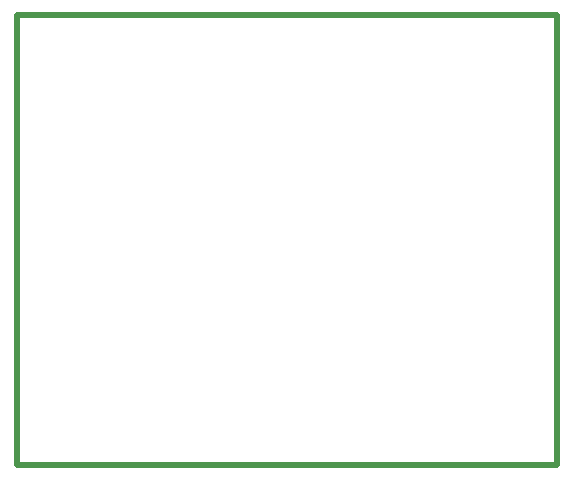
<source format=gko>
G04 Layer_Color=16711935*
%FSLAX24Y24*%
%MOIN*%
G70*
G01*
G75*
%ADD15C,0.0200*%
D15*
X0Y0D02*
Y15000D01*
X18000D01*
Y0D02*
Y15000D01*
X0Y0D02*
X18000D01*
M02*

</source>
